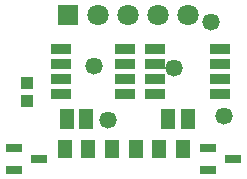
<source format=gts>
G04*
G04 #@! TF.GenerationSoftware,Altium Limited,Altium Designer,21.2.2 (38)*
G04*
G04 Layer_Color=8388736*
%FSLAX42Y42*%
%MOMM*%
G71*
G04*
G04 #@! TF.SameCoordinates,3077339D-DC90-483C-9222-5C5CAF03B3EF*
G04*
G04*
G04 #@! TF.FilePolarity,Negative*
G04*
G01*
G75*
%ADD19R,1.00X1.00*%
%ADD20R,1.73X0.85*%
%ADD21R,1.45X0.80*%
%ADD22R,1.30X1.77*%
%ADD23R,1.15X1.65*%
%ADD24C,1.80*%
%ADD25R,1.80X1.80*%
%ADD26C,1.47*%
D19*
X280Y730D02*
D03*
Y880D02*
D03*
D20*
X1111Y1171D02*
D03*
Y1044D02*
D03*
Y917D02*
D03*
Y790D02*
D03*
X569D02*
D03*
Y917D02*
D03*
Y1044D02*
D03*
Y1171D02*
D03*
X1911D02*
D03*
Y1044D02*
D03*
Y917D02*
D03*
Y790D02*
D03*
X1369D02*
D03*
Y917D02*
D03*
Y1044D02*
D03*
Y1171D02*
D03*
D21*
X175Y335D02*
D03*
Y145D02*
D03*
X385Y240D02*
D03*
X1815Y335D02*
D03*
Y145D02*
D03*
X2025Y240D02*
D03*
D22*
X1479Y580D02*
D03*
X1641D02*
D03*
X619D02*
D03*
X781D02*
D03*
D23*
X1400Y320D02*
D03*
X1600D02*
D03*
X1000D02*
D03*
X1200D02*
D03*
X600D02*
D03*
X800D02*
D03*
D24*
X1140Y1460D02*
D03*
X886D02*
D03*
X1394D02*
D03*
X1648D02*
D03*
D25*
X632D02*
D03*
D26*
X851Y1027D02*
D03*
X1522Y1009D02*
D03*
X968Y567D02*
D03*
X1946Y600D02*
D03*
X1839Y1398D02*
D03*
M02*

</source>
